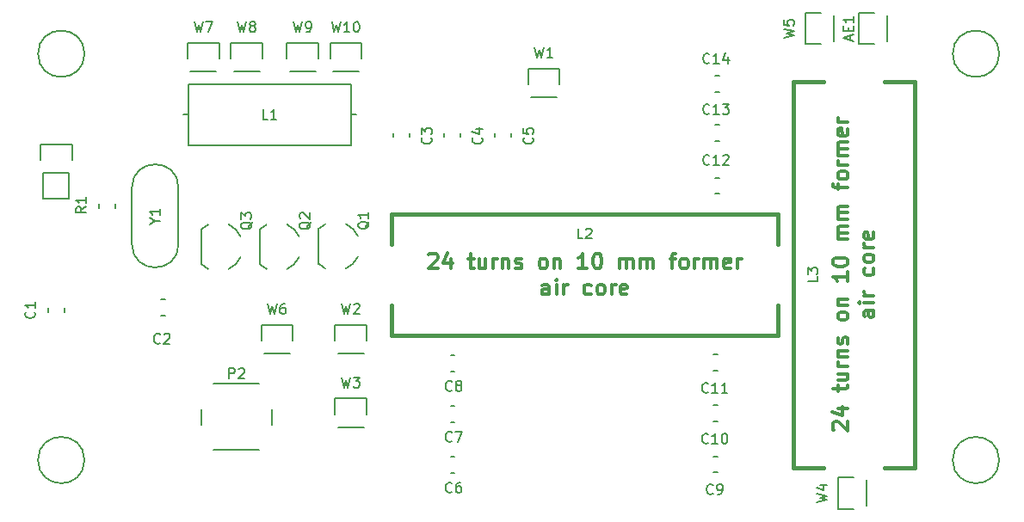
<source format=gto>
G04 #@! TF.FileFunction,Legend,Top*
%FSLAX46Y46*%
G04 Gerber Fmt 4.6, Leading zero omitted, Abs format (unit mm)*
G04 Created by KiCad (PCBNEW 4.0.5+dfsg1-4) date Sun Mar 18 22:08:50 2018*
%MOMM*%
%LPD*%
G01*
G04 APERTURE LIST*
%ADD10C,0.100000*%
%ADD11C,0.300000*%
%ADD12C,0.150000*%
%ADD13C,0.410000*%
G04 APERTURE END LIST*
D10*
D11*
X131046429Y-117071427D02*
X130975000Y-116999998D01*
X130903571Y-116857141D01*
X130903571Y-116499998D01*
X130975000Y-116357141D01*
X131046429Y-116285712D01*
X131189286Y-116214284D01*
X131332143Y-116214284D01*
X131546429Y-116285712D01*
X132403571Y-117142855D01*
X132403571Y-116214284D01*
X131403571Y-114928570D02*
X132403571Y-114928570D01*
X130832143Y-115285713D02*
X131903571Y-115642856D01*
X131903571Y-114714284D01*
X131403571Y-113214285D02*
X131403571Y-112642856D01*
X130903571Y-112999999D02*
X132189286Y-112999999D01*
X132332143Y-112928571D01*
X132403571Y-112785713D01*
X132403571Y-112642856D01*
X131403571Y-111499999D02*
X132403571Y-111499999D01*
X131403571Y-112142856D02*
X132189286Y-112142856D01*
X132332143Y-112071428D01*
X132403571Y-111928570D01*
X132403571Y-111714285D01*
X132332143Y-111571428D01*
X132260714Y-111499999D01*
X132403571Y-110785713D02*
X131403571Y-110785713D01*
X131689286Y-110785713D02*
X131546429Y-110714285D01*
X131475000Y-110642856D01*
X131403571Y-110499999D01*
X131403571Y-110357142D01*
X131403571Y-109857142D02*
X132403571Y-109857142D01*
X131546429Y-109857142D02*
X131475000Y-109785714D01*
X131403571Y-109642856D01*
X131403571Y-109428571D01*
X131475000Y-109285714D01*
X131617857Y-109214285D01*
X132403571Y-109214285D01*
X132332143Y-108571428D02*
X132403571Y-108428571D01*
X132403571Y-108142856D01*
X132332143Y-107999999D01*
X132189286Y-107928571D01*
X132117857Y-107928571D01*
X131975000Y-107999999D01*
X131903571Y-108142856D01*
X131903571Y-108357142D01*
X131832143Y-108499999D01*
X131689286Y-108571428D01*
X131617857Y-108571428D01*
X131475000Y-108499999D01*
X131403571Y-108357142D01*
X131403571Y-108142856D01*
X131475000Y-107999999D01*
X132403571Y-105928570D02*
X132332143Y-106071428D01*
X132260714Y-106142856D01*
X132117857Y-106214285D01*
X131689286Y-106214285D01*
X131546429Y-106142856D01*
X131475000Y-106071428D01*
X131403571Y-105928570D01*
X131403571Y-105714285D01*
X131475000Y-105571428D01*
X131546429Y-105499999D01*
X131689286Y-105428570D01*
X132117857Y-105428570D01*
X132260714Y-105499999D01*
X132332143Y-105571428D01*
X132403571Y-105714285D01*
X132403571Y-105928570D01*
X131403571Y-104785713D02*
X132403571Y-104785713D01*
X131546429Y-104785713D02*
X131475000Y-104714285D01*
X131403571Y-104571427D01*
X131403571Y-104357142D01*
X131475000Y-104214285D01*
X131617857Y-104142856D01*
X132403571Y-104142856D01*
X132403571Y-101499999D02*
X132403571Y-102357142D01*
X132403571Y-101928570D02*
X130903571Y-101928570D01*
X131117857Y-102071427D01*
X131260714Y-102214285D01*
X131332143Y-102357142D01*
X130903571Y-100571428D02*
X130903571Y-100428571D01*
X130975000Y-100285714D01*
X131046429Y-100214285D01*
X131189286Y-100142856D01*
X131475000Y-100071428D01*
X131832143Y-100071428D01*
X132117857Y-100142856D01*
X132260714Y-100214285D01*
X132332143Y-100285714D01*
X132403571Y-100428571D01*
X132403571Y-100571428D01*
X132332143Y-100714285D01*
X132260714Y-100785714D01*
X132117857Y-100857142D01*
X131832143Y-100928571D01*
X131475000Y-100928571D01*
X131189286Y-100857142D01*
X131046429Y-100785714D01*
X130975000Y-100714285D01*
X130903571Y-100571428D01*
X132403571Y-98285714D02*
X131403571Y-98285714D01*
X131546429Y-98285714D02*
X131475000Y-98214286D01*
X131403571Y-98071428D01*
X131403571Y-97857143D01*
X131475000Y-97714286D01*
X131617857Y-97642857D01*
X132403571Y-97642857D01*
X131617857Y-97642857D02*
X131475000Y-97571428D01*
X131403571Y-97428571D01*
X131403571Y-97214286D01*
X131475000Y-97071428D01*
X131617857Y-97000000D01*
X132403571Y-97000000D01*
X132403571Y-96285714D02*
X131403571Y-96285714D01*
X131546429Y-96285714D02*
X131475000Y-96214286D01*
X131403571Y-96071428D01*
X131403571Y-95857143D01*
X131475000Y-95714286D01*
X131617857Y-95642857D01*
X132403571Y-95642857D01*
X131617857Y-95642857D02*
X131475000Y-95571428D01*
X131403571Y-95428571D01*
X131403571Y-95214286D01*
X131475000Y-95071428D01*
X131617857Y-95000000D01*
X132403571Y-95000000D01*
X131403571Y-93357143D02*
X131403571Y-92785714D01*
X132403571Y-93142857D02*
X131117857Y-93142857D01*
X130975000Y-93071429D01*
X130903571Y-92928571D01*
X130903571Y-92785714D01*
X132403571Y-92071428D02*
X132332143Y-92214286D01*
X132260714Y-92285714D01*
X132117857Y-92357143D01*
X131689286Y-92357143D01*
X131546429Y-92285714D01*
X131475000Y-92214286D01*
X131403571Y-92071428D01*
X131403571Y-91857143D01*
X131475000Y-91714286D01*
X131546429Y-91642857D01*
X131689286Y-91571428D01*
X132117857Y-91571428D01*
X132260714Y-91642857D01*
X132332143Y-91714286D01*
X132403571Y-91857143D01*
X132403571Y-92071428D01*
X132403571Y-90928571D02*
X131403571Y-90928571D01*
X131689286Y-90928571D02*
X131546429Y-90857143D01*
X131475000Y-90785714D01*
X131403571Y-90642857D01*
X131403571Y-90500000D01*
X132403571Y-90000000D02*
X131403571Y-90000000D01*
X131546429Y-90000000D02*
X131475000Y-89928572D01*
X131403571Y-89785714D01*
X131403571Y-89571429D01*
X131475000Y-89428572D01*
X131617857Y-89357143D01*
X132403571Y-89357143D01*
X131617857Y-89357143D02*
X131475000Y-89285714D01*
X131403571Y-89142857D01*
X131403571Y-88928572D01*
X131475000Y-88785714D01*
X131617857Y-88714286D01*
X132403571Y-88714286D01*
X132332143Y-87428572D02*
X132403571Y-87571429D01*
X132403571Y-87857143D01*
X132332143Y-88000000D01*
X132189286Y-88071429D01*
X131617857Y-88071429D01*
X131475000Y-88000000D01*
X131403571Y-87857143D01*
X131403571Y-87571429D01*
X131475000Y-87428572D01*
X131617857Y-87357143D01*
X131760714Y-87357143D01*
X131903571Y-88071429D01*
X132403571Y-86714286D02*
X131403571Y-86714286D01*
X131689286Y-86714286D02*
X131546429Y-86642858D01*
X131475000Y-86571429D01*
X131403571Y-86428572D01*
X131403571Y-86285715D01*
X134953571Y-105249999D02*
X134167857Y-105249999D01*
X134025000Y-105321428D01*
X133953571Y-105464285D01*
X133953571Y-105749999D01*
X134025000Y-105892856D01*
X134882143Y-105249999D02*
X134953571Y-105392856D01*
X134953571Y-105749999D01*
X134882143Y-105892856D01*
X134739286Y-105964285D01*
X134596429Y-105964285D01*
X134453571Y-105892856D01*
X134382143Y-105749999D01*
X134382143Y-105392856D01*
X134310714Y-105249999D01*
X134953571Y-104535713D02*
X133953571Y-104535713D01*
X133453571Y-104535713D02*
X133525000Y-104607142D01*
X133596429Y-104535713D01*
X133525000Y-104464285D01*
X133453571Y-104535713D01*
X133596429Y-104535713D01*
X134953571Y-103821427D02*
X133953571Y-103821427D01*
X134239286Y-103821427D02*
X134096429Y-103749999D01*
X134025000Y-103678570D01*
X133953571Y-103535713D01*
X133953571Y-103392856D01*
X134882143Y-101107142D02*
X134953571Y-101249999D01*
X134953571Y-101535713D01*
X134882143Y-101678571D01*
X134810714Y-101749999D01*
X134667857Y-101821428D01*
X134239286Y-101821428D01*
X134096429Y-101749999D01*
X134025000Y-101678571D01*
X133953571Y-101535713D01*
X133953571Y-101249999D01*
X134025000Y-101107142D01*
X134953571Y-100249999D02*
X134882143Y-100392857D01*
X134810714Y-100464285D01*
X134667857Y-100535714D01*
X134239286Y-100535714D01*
X134096429Y-100464285D01*
X134025000Y-100392857D01*
X133953571Y-100249999D01*
X133953571Y-100035714D01*
X134025000Y-99892857D01*
X134096429Y-99821428D01*
X134239286Y-99749999D01*
X134667857Y-99749999D01*
X134810714Y-99821428D01*
X134882143Y-99892857D01*
X134953571Y-100035714D01*
X134953571Y-100249999D01*
X134953571Y-99107142D02*
X133953571Y-99107142D01*
X134239286Y-99107142D02*
X134096429Y-99035714D01*
X134025000Y-98964285D01*
X133953571Y-98821428D01*
X133953571Y-98678571D01*
X134882143Y-97607143D02*
X134953571Y-97750000D01*
X134953571Y-98035714D01*
X134882143Y-98178571D01*
X134739286Y-98250000D01*
X134167857Y-98250000D01*
X134025000Y-98178571D01*
X133953571Y-98035714D01*
X133953571Y-97750000D01*
X134025000Y-97607143D01*
X134167857Y-97535714D01*
X134310714Y-97535714D01*
X134453571Y-98250000D01*
X91178573Y-99796429D02*
X91250002Y-99725000D01*
X91392859Y-99653571D01*
X91750002Y-99653571D01*
X91892859Y-99725000D01*
X91964288Y-99796429D01*
X92035716Y-99939286D01*
X92035716Y-100082143D01*
X91964288Y-100296429D01*
X91107145Y-101153571D01*
X92035716Y-101153571D01*
X93321430Y-100153571D02*
X93321430Y-101153571D01*
X92964287Y-99582143D02*
X92607144Y-100653571D01*
X93535716Y-100653571D01*
X95035715Y-100153571D02*
X95607144Y-100153571D01*
X95250001Y-99653571D02*
X95250001Y-100939286D01*
X95321429Y-101082143D01*
X95464287Y-101153571D01*
X95607144Y-101153571D01*
X96750001Y-100153571D02*
X96750001Y-101153571D01*
X96107144Y-100153571D02*
X96107144Y-100939286D01*
X96178572Y-101082143D01*
X96321430Y-101153571D01*
X96535715Y-101153571D01*
X96678572Y-101082143D01*
X96750001Y-101010714D01*
X97464287Y-101153571D02*
X97464287Y-100153571D01*
X97464287Y-100439286D02*
X97535715Y-100296429D01*
X97607144Y-100225000D01*
X97750001Y-100153571D01*
X97892858Y-100153571D01*
X98392858Y-100153571D02*
X98392858Y-101153571D01*
X98392858Y-100296429D02*
X98464286Y-100225000D01*
X98607144Y-100153571D01*
X98821429Y-100153571D01*
X98964286Y-100225000D01*
X99035715Y-100367857D01*
X99035715Y-101153571D01*
X99678572Y-101082143D02*
X99821429Y-101153571D01*
X100107144Y-101153571D01*
X100250001Y-101082143D01*
X100321429Y-100939286D01*
X100321429Y-100867857D01*
X100250001Y-100725000D01*
X100107144Y-100653571D01*
X99892858Y-100653571D01*
X99750001Y-100582143D01*
X99678572Y-100439286D01*
X99678572Y-100367857D01*
X99750001Y-100225000D01*
X99892858Y-100153571D01*
X100107144Y-100153571D01*
X100250001Y-100225000D01*
X102321430Y-101153571D02*
X102178572Y-101082143D01*
X102107144Y-101010714D01*
X102035715Y-100867857D01*
X102035715Y-100439286D01*
X102107144Y-100296429D01*
X102178572Y-100225000D01*
X102321430Y-100153571D01*
X102535715Y-100153571D01*
X102678572Y-100225000D01*
X102750001Y-100296429D01*
X102821430Y-100439286D01*
X102821430Y-100867857D01*
X102750001Y-101010714D01*
X102678572Y-101082143D01*
X102535715Y-101153571D01*
X102321430Y-101153571D01*
X103464287Y-100153571D02*
X103464287Y-101153571D01*
X103464287Y-100296429D02*
X103535715Y-100225000D01*
X103678573Y-100153571D01*
X103892858Y-100153571D01*
X104035715Y-100225000D01*
X104107144Y-100367857D01*
X104107144Y-101153571D01*
X106750001Y-101153571D02*
X105892858Y-101153571D01*
X106321430Y-101153571D02*
X106321430Y-99653571D01*
X106178573Y-99867857D01*
X106035715Y-100010714D01*
X105892858Y-100082143D01*
X107678572Y-99653571D02*
X107821429Y-99653571D01*
X107964286Y-99725000D01*
X108035715Y-99796429D01*
X108107144Y-99939286D01*
X108178572Y-100225000D01*
X108178572Y-100582143D01*
X108107144Y-100867857D01*
X108035715Y-101010714D01*
X107964286Y-101082143D01*
X107821429Y-101153571D01*
X107678572Y-101153571D01*
X107535715Y-101082143D01*
X107464286Y-101010714D01*
X107392858Y-100867857D01*
X107321429Y-100582143D01*
X107321429Y-100225000D01*
X107392858Y-99939286D01*
X107464286Y-99796429D01*
X107535715Y-99725000D01*
X107678572Y-99653571D01*
X109964286Y-101153571D02*
X109964286Y-100153571D01*
X109964286Y-100296429D02*
X110035714Y-100225000D01*
X110178572Y-100153571D01*
X110392857Y-100153571D01*
X110535714Y-100225000D01*
X110607143Y-100367857D01*
X110607143Y-101153571D01*
X110607143Y-100367857D02*
X110678572Y-100225000D01*
X110821429Y-100153571D01*
X111035714Y-100153571D01*
X111178572Y-100225000D01*
X111250000Y-100367857D01*
X111250000Y-101153571D01*
X111964286Y-101153571D02*
X111964286Y-100153571D01*
X111964286Y-100296429D02*
X112035714Y-100225000D01*
X112178572Y-100153571D01*
X112392857Y-100153571D01*
X112535714Y-100225000D01*
X112607143Y-100367857D01*
X112607143Y-101153571D01*
X112607143Y-100367857D02*
X112678572Y-100225000D01*
X112821429Y-100153571D01*
X113035714Y-100153571D01*
X113178572Y-100225000D01*
X113250000Y-100367857D01*
X113250000Y-101153571D01*
X114892857Y-100153571D02*
X115464286Y-100153571D01*
X115107143Y-101153571D02*
X115107143Y-99867857D01*
X115178571Y-99725000D01*
X115321429Y-99653571D01*
X115464286Y-99653571D01*
X116178572Y-101153571D02*
X116035714Y-101082143D01*
X115964286Y-101010714D01*
X115892857Y-100867857D01*
X115892857Y-100439286D01*
X115964286Y-100296429D01*
X116035714Y-100225000D01*
X116178572Y-100153571D01*
X116392857Y-100153571D01*
X116535714Y-100225000D01*
X116607143Y-100296429D01*
X116678572Y-100439286D01*
X116678572Y-100867857D01*
X116607143Y-101010714D01*
X116535714Y-101082143D01*
X116392857Y-101153571D01*
X116178572Y-101153571D01*
X117321429Y-101153571D02*
X117321429Y-100153571D01*
X117321429Y-100439286D02*
X117392857Y-100296429D01*
X117464286Y-100225000D01*
X117607143Y-100153571D01*
X117750000Y-100153571D01*
X118250000Y-101153571D02*
X118250000Y-100153571D01*
X118250000Y-100296429D02*
X118321428Y-100225000D01*
X118464286Y-100153571D01*
X118678571Y-100153571D01*
X118821428Y-100225000D01*
X118892857Y-100367857D01*
X118892857Y-101153571D01*
X118892857Y-100367857D02*
X118964286Y-100225000D01*
X119107143Y-100153571D01*
X119321428Y-100153571D01*
X119464286Y-100225000D01*
X119535714Y-100367857D01*
X119535714Y-101153571D01*
X120821428Y-101082143D02*
X120678571Y-101153571D01*
X120392857Y-101153571D01*
X120250000Y-101082143D01*
X120178571Y-100939286D01*
X120178571Y-100367857D01*
X120250000Y-100225000D01*
X120392857Y-100153571D01*
X120678571Y-100153571D01*
X120821428Y-100225000D01*
X120892857Y-100367857D01*
X120892857Y-100510714D01*
X120178571Y-100653571D01*
X121535714Y-101153571D02*
X121535714Y-100153571D01*
X121535714Y-100439286D02*
X121607142Y-100296429D01*
X121678571Y-100225000D01*
X121821428Y-100153571D01*
X121964285Y-100153571D01*
X103000001Y-103703571D02*
X103000001Y-102917857D01*
X102928572Y-102775000D01*
X102785715Y-102703571D01*
X102500001Y-102703571D01*
X102357144Y-102775000D01*
X103000001Y-103632143D02*
X102857144Y-103703571D01*
X102500001Y-103703571D01*
X102357144Y-103632143D01*
X102285715Y-103489286D01*
X102285715Y-103346429D01*
X102357144Y-103203571D01*
X102500001Y-103132143D01*
X102857144Y-103132143D01*
X103000001Y-103060714D01*
X103714287Y-103703571D02*
X103714287Y-102703571D01*
X103714287Y-102203571D02*
X103642858Y-102275000D01*
X103714287Y-102346429D01*
X103785715Y-102275000D01*
X103714287Y-102203571D01*
X103714287Y-102346429D01*
X104428573Y-103703571D02*
X104428573Y-102703571D01*
X104428573Y-102989286D02*
X104500001Y-102846429D01*
X104571430Y-102775000D01*
X104714287Y-102703571D01*
X104857144Y-102703571D01*
X107142858Y-103632143D02*
X107000001Y-103703571D01*
X106714287Y-103703571D01*
X106571429Y-103632143D01*
X106500001Y-103560714D01*
X106428572Y-103417857D01*
X106428572Y-102989286D01*
X106500001Y-102846429D01*
X106571429Y-102775000D01*
X106714287Y-102703571D01*
X107000001Y-102703571D01*
X107142858Y-102775000D01*
X108000001Y-103703571D02*
X107857143Y-103632143D01*
X107785715Y-103560714D01*
X107714286Y-103417857D01*
X107714286Y-102989286D01*
X107785715Y-102846429D01*
X107857143Y-102775000D01*
X108000001Y-102703571D01*
X108214286Y-102703571D01*
X108357143Y-102775000D01*
X108428572Y-102846429D01*
X108500001Y-102989286D01*
X108500001Y-103417857D01*
X108428572Y-103560714D01*
X108357143Y-103632143D01*
X108214286Y-103703571D01*
X108000001Y-103703571D01*
X109142858Y-103703571D02*
X109142858Y-102703571D01*
X109142858Y-102989286D02*
X109214286Y-102846429D01*
X109285715Y-102775000D01*
X109428572Y-102703571D01*
X109571429Y-102703571D01*
X110642857Y-103632143D02*
X110500000Y-103703571D01*
X110214286Y-103703571D01*
X110071429Y-103632143D01*
X110000000Y-103489286D01*
X110000000Y-102917857D01*
X110071429Y-102775000D01*
X110214286Y-102703571D01*
X110500000Y-102703571D01*
X110642857Y-102775000D01*
X110714286Y-102917857D01*
X110714286Y-103060714D01*
X110000000Y-103203571D01*
D12*
X57286000Y-80000000D02*
G75*
G03X57286000Y-80000000I-2286000J0D01*
G01*
X57286000Y-120000000D02*
G75*
G03X57286000Y-120000000I-2286000J0D01*
G01*
X147286000Y-120000000D02*
G75*
G03X147286000Y-120000000I-2286000J0D01*
G01*
X133450000Y-75950000D02*
X135000000Y-75950000D01*
X135000000Y-79050000D02*
X133450000Y-79050000D01*
X133450000Y-79050000D02*
X133450000Y-75950000D01*
X136270000Y-78770000D02*
X136270000Y-76230000D01*
X55770000Y-91730000D02*
X55770000Y-94270000D01*
X56050000Y-88910000D02*
X56050000Y-90460000D01*
X55770000Y-91730000D02*
X53230000Y-91730000D01*
X52950000Y-90460000D02*
X52950000Y-88910000D01*
X52950000Y-88910000D02*
X56050000Y-88910000D01*
X53230000Y-91730000D02*
X53230000Y-94270000D01*
X53230000Y-94270000D02*
X55770000Y-94270000D01*
X66536000Y-93166000D02*
G75*
G03X61964000Y-93166000I-2286000J0D01*
G01*
X61964000Y-98754000D02*
G75*
G03X66536000Y-98754000I2286000J0D01*
G01*
X66536000Y-98754000D02*
X66536000Y-93166000D01*
X61964000Y-98754000D02*
X61964000Y-93166000D01*
X83501020Y-86000000D02*
X83998860Y-86000000D01*
X67499020Y-86000000D02*
X67001180Y-86000000D01*
X67499020Y-83000260D02*
X67499020Y-88999740D01*
X67499020Y-88999740D02*
X83501020Y-88999740D01*
X83501020Y-88999740D02*
X83501020Y-83000260D01*
X83501020Y-83000260D02*
X67499020Y-83000260D01*
X147286000Y-80000000D02*
G75*
G03X147286000Y-80000000I-2286000J0D01*
G01*
X53699900Y-105250000D02*
X53699900Y-105450660D01*
X53699900Y-105250000D02*
X53699900Y-105049340D01*
X55300100Y-105150940D02*
X55300100Y-105049340D01*
X55300100Y-105049340D02*
X55300100Y-105450660D01*
X65001260Y-104199900D02*
X64800600Y-104199900D01*
X65001260Y-104199900D02*
X65201920Y-104199900D01*
X65100320Y-105800100D02*
X65201920Y-105800100D01*
X65201920Y-105800100D02*
X64800600Y-105800100D01*
X87699900Y-88001260D02*
X87699900Y-88201920D01*
X87699900Y-88001260D02*
X87699900Y-87800600D01*
X89300100Y-87902200D02*
X89300100Y-87800600D01*
X89300100Y-87800600D02*
X89300100Y-88201920D01*
X92699900Y-88001260D02*
X92699900Y-88201920D01*
X92699900Y-88001260D02*
X92699900Y-87800600D01*
X94300100Y-87902200D02*
X94300100Y-87800600D01*
X94300100Y-87800600D02*
X94300100Y-88201920D01*
X97699900Y-88001260D02*
X97699900Y-88201920D01*
X97699900Y-88001260D02*
X97699900Y-87800600D01*
X99300100Y-87902200D02*
X99300100Y-87800600D01*
X99300100Y-87800600D02*
X99300100Y-88201920D01*
X93501260Y-121300100D02*
X93701920Y-121300100D01*
X93501260Y-121300100D02*
X93300600Y-121300100D01*
X93402200Y-119699900D02*
X93300600Y-119699900D01*
X93300600Y-119699900D02*
X93701920Y-119699900D01*
X93501260Y-116300100D02*
X93701920Y-116300100D01*
X93501260Y-116300100D02*
X93300600Y-116300100D01*
X93402200Y-114699900D02*
X93300600Y-114699900D01*
X93300600Y-114699900D02*
X93701920Y-114699900D01*
X93501260Y-111300100D02*
X93701920Y-111300100D01*
X93501260Y-111300100D02*
X93300600Y-111300100D01*
X93402200Y-109699900D02*
X93300600Y-109699900D01*
X93300600Y-109699900D02*
X93701920Y-109699900D01*
X119389885Y-119627261D02*
X119189225Y-119627261D01*
X119389885Y-119627261D02*
X119590545Y-119627261D01*
X119488945Y-121227461D02*
X119590545Y-121227461D01*
X119590545Y-121227461D02*
X119189225Y-121227461D01*
X119389885Y-114627261D02*
X119189225Y-114627261D01*
X119389885Y-114627261D02*
X119590545Y-114627261D01*
X119488945Y-116227461D02*
X119590545Y-116227461D01*
X119590545Y-116227461D02*
X119189225Y-116227461D01*
X119389885Y-109627261D02*
X119189225Y-109627261D01*
X119389885Y-109627261D02*
X119590545Y-109627261D01*
X119488945Y-111227461D02*
X119590545Y-111227461D01*
X119590545Y-111227461D02*
X119189225Y-111227461D01*
X119521867Y-92199900D02*
X119321207Y-92199900D01*
X119521867Y-92199900D02*
X119722527Y-92199900D01*
X119620927Y-93800100D02*
X119722527Y-93800100D01*
X119722527Y-93800100D02*
X119321207Y-93800100D01*
X119521867Y-87025732D02*
X119321207Y-87025732D01*
X119521867Y-87025732D02*
X119722527Y-87025732D01*
X119620927Y-88625932D02*
X119722527Y-88625932D01*
X119722527Y-88625932D02*
X119321207Y-88625932D01*
X119521867Y-82199900D02*
X119321207Y-82199900D01*
X119521867Y-82199900D02*
X119722527Y-82199900D01*
X119620927Y-83800100D02*
X119722527Y-83800100D01*
X119722527Y-83800100D02*
X119321207Y-83800100D01*
X70000000Y-119000000D02*
X74500000Y-119000000D01*
X68750000Y-115000000D02*
X68750000Y-116500000D01*
X74500000Y-112500000D02*
X70000000Y-112500000D01*
X75750000Y-116500000D02*
X75750000Y-115000000D01*
X84200000Y-97960000D02*
G75*
G03X83000000Y-96760000I-2200000J-1000000D01*
G01*
X84200000Y-99959999D02*
G75*
G02X83000000Y-101160000I-2200000J999999D01*
G01*
X81003010Y-96772305D02*
G75*
G03X80300000Y-97260000I996990J-2187695D01*
G01*
X81003010Y-101147695D02*
G75*
G02X80300000Y-100660000I996990J2187695D01*
G01*
X80300000Y-97260000D02*
X80300000Y-100660000D01*
X60300100Y-95000000D02*
X60300100Y-94799340D01*
X60300100Y-95000000D02*
X60300100Y-95200660D01*
X58699900Y-95099060D02*
X58699900Y-95200660D01*
X58699900Y-95200660D02*
X58699900Y-94799340D01*
D13*
X139000000Y-82750000D02*
X136000000Y-82750000D01*
X139000000Y-120750000D02*
X139000000Y-82750000D01*
X136000000Y-120750000D02*
X139000000Y-120750000D01*
X127000000Y-120750000D02*
X130000000Y-120750000D01*
X127000000Y-82750000D02*
X127000000Y-120750000D01*
X130000000Y-82750000D02*
X127000000Y-82750000D01*
X125500000Y-107750000D02*
X125500000Y-104750000D01*
X87500000Y-107750000D02*
X125500000Y-107750000D01*
X87500000Y-104750000D02*
X87500000Y-107750000D01*
X87500000Y-95750000D02*
X87500000Y-98750000D01*
X125500000Y-95750000D02*
X87500000Y-95750000D01*
X125500000Y-98750000D02*
X125500000Y-95750000D01*
D12*
X78410000Y-98000000D02*
G75*
G03X77210000Y-96800000I-2200000J-1000000D01*
G01*
X78410000Y-99999999D02*
G75*
G02X77210000Y-101200000I-2200000J999999D01*
G01*
X75213010Y-96812305D02*
G75*
G03X74510000Y-97300000I996990J-2187695D01*
G01*
X75213010Y-101187695D02*
G75*
G02X74510000Y-100700000I996990J2187695D01*
G01*
X74510000Y-97300000D02*
X74510000Y-100700000D01*
X72660000Y-98000000D02*
G75*
G03X71460000Y-96800000I-2200000J-1000000D01*
G01*
X72660000Y-99999999D02*
G75*
G02X71460000Y-101200000I-2200000J999999D01*
G01*
X69463010Y-96812305D02*
G75*
G03X68760000Y-97300000I996990J-2187695D01*
G01*
X69463010Y-101187695D02*
G75*
G02X68760000Y-100700000I996990J2187695D01*
G01*
X68760000Y-97300000D02*
X68760000Y-100700000D01*
X104050000Y-81450000D02*
X104050000Y-83000000D01*
X100950000Y-83000000D02*
X100950000Y-81450000D01*
X100950000Y-81450000D02*
X104050000Y-81450000D01*
X101230000Y-84270000D02*
X103770000Y-84270000D01*
X85050000Y-106700000D02*
X85050000Y-108250000D01*
X81950000Y-108250000D02*
X81950000Y-106700000D01*
X81950000Y-106700000D02*
X85050000Y-106700000D01*
X82230000Y-109520000D02*
X84770000Y-109520000D01*
X85050000Y-113950000D02*
X85050000Y-115500000D01*
X81950000Y-115500000D02*
X81950000Y-113950000D01*
X81950000Y-113950000D02*
X85050000Y-113950000D01*
X82230000Y-116770000D02*
X84770000Y-116770000D01*
X131450000Y-121700000D02*
X133000000Y-121700000D01*
X133000000Y-124800000D02*
X131450000Y-124800000D01*
X131450000Y-124800000D02*
X131450000Y-121700000D01*
X134270000Y-124520000D02*
X134270000Y-121980000D01*
X128200000Y-75950000D02*
X129750000Y-75950000D01*
X129750000Y-79050000D02*
X128200000Y-79050000D01*
X128200000Y-79050000D02*
X128200000Y-75950000D01*
X131020000Y-78770000D02*
X131020000Y-76230000D01*
X77800000Y-106700000D02*
X77800000Y-108250000D01*
X74700000Y-108250000D02*
X74700000Y-106700000D01*
X74700000Y-106700000D02*
X77800000Y-106700000D01*
X74980000Y-109520000D02*
X77520000Y-109520000D01*
X70550000Y-78950000D02*
X70550000Y-80500000D01*
X67450000Y-80500000D02*
X67450000Y-78950000D01*
X67450000Y-78950000D02*
X70550000Y-78950000D01*
X67730000Y-81770000D02*
X70270000Y-81770000D01*
X74800000Y-78950000D02*
X74800000Y-80500000D01*
X71700000Y-80500000D02*
X71700000Y-78950000D01*
X71700000Y-78950000D02*
X74800000Y-78950000D01*
X71980000Y-81770000D02*
X74520000Y-81770000D01*
X80300000Y-78950000D02*
X80300000Y-80500000D01*
X77200000Y-80500000D02*
X77200000Y-78950000D01*
X77200000Y-78950000D02*
X80300000Y-78950000D01*
X77480000Y-81770000D02*
X80020000Y-81770000D01*
X84550000Y-78950000D02*
X84550000Y-80500000D01*
X81450000Y-80500000D02*
X81450000Y-78950000D01*
X81450000Y-78950000D02*
X84550000Y-78950000D01*
X81730000Y-81770000D02*
X84270000Y-81770000D01*
X132666667Y-78666667D02*
X132666667Y-78190476D01*
X132952381Y-78761905D02*
X131952381Y-78428572D01*
X132952381Y-78095238D01*
X132428571Y-77761905D02*
X132428571Y-77428571D01*
X132952381Y-77285714D02*
X132952381Y-77761905D01*
X131952381Y-77761905D01*
X131952381Y-77285714D01*
X132952381Y-76333333D02*
X132952381Y-76904762D01*
X132952381Y-76619048D02*
X131952381Y-76619048D01*
X132095238Y-76714286D01*
X132190476Y-76809524D01*
X132238095Y-76904762D01*
X64226190Y-96476191D02*
X64702381Y-96476191D01*
X63702381Y-96809524D02*
X64226190Y-96476191D01*
X63702381Y-96142857D01*
X64702381Y-95285714D02*
X64702381Y-95857143D01*
X64702381Y-95571429D02*
X63702381Y-95571429D01*
X63845238Y-95666667D01*
X63940476Y-95761905D01*
X63988095Y-95857143D01*
X75333354Y-86452381D02*
X74857163Y-86452381D01*
X74857163Y-85452381D01*
X76190497Y-86452381D02*
X75619068Y-86452381D01*
X75904782Y-86452381D02*
X75904782Y-85452381D01*
X75809544Y-85595238D01*
X75714306Y-85690476D01*
X75619068Y-85738095D01*
X52357143Y-105417926D02*
X52404762Y-105465545D01*
X52452381Y-105608402D01*
X52452381Y-105703640D01*
X52404762Y-105846498D01*
X52309524Y-105941736D01*
X52214286Y-105989355D01*
X52023810Y-106036974D01*
X51880952Y-106036974D01*
X51690476Y-105989355D01*
X51595238Y-105941736D01*
X51500000Y-105846498D01*
X51452381Y-105703640D01*
X51452381Y-105608402D01*
X51500000Y-105465545D01*
X51547619Y-105417926D01*
X52452381Y-104465545D02*
X52452381Y-105036974D01*
X52452381Y-104751260D02*
X51452381Y-104751260D01*
X51595238Y-104846498D01*
X51690476Y-104941736D01*
X51738095Y-105036974D01*
X64735534Y-108455943D02*
X64687915Y-108503562D01*
X64545058Y-108551181D01*
X64449820Y-108551181D01*
X64306962Y-108503562D01*
X64211724Y-108408324D01*
X64164105Y-108313086D01*
X64116486Y-108122610D01*
X64116486Y-107979752D01*
X64164105Y-107789276D01*
X64211724Y-107694038D01*
X64306962Y-107598800D01*
X64449820Y-107551181D01*
X64545058Y-107551181D01*
X64687915Y-107598800D01*
X64735534Y-107646419D01*
X65116486Y-107646419D02*
X65164105Y-107598800D01*
X65259343Y-107551181D01*
X65497439Y-107551181D01*
X65592677Y-107598800D01*
X65640296Y-107646419D01*
X65687915Y-107741657D01*
X65687915Y-107836895D01*
X65640296Y-107979752D01*
X65068867Y-108551181D01*
X65687915Y-108551181D01*
X91357143Y-88266986D02*
X91404762Y-88314605D01*
X91452381Y-88457462D01*
X91452381Y-88552700D01*
X91404762Y-88695558D01*
X91309524Y-88790796D01*
X91214286Y-88838415D01*
X91023810Y-88886034D01*
X90880952Y-88886034D01*
X90690476Y-88838415D01*
X90595238Y-88790796D01*
X90500000Y-88695558D01*
X90452381Y-88552700D01*
X90452381Y-88457462D01*
X90500000Y-88314605D01*
X90547619Y-88266986D01*
X90452381Y-87933653D02*
X90452381Y-87314605D01*
X90833333Y-87647939D01*
X90833333Y-87505081D01*
X90880952Y-87409843D01*
X90928571Y-87362224D01*
X91023810Y-87314605D01*
X91261905Y-87314605D01*
X91357143Y-87362224D01*
X91404762Y-87409843D01*
X91452381Y-87505081D01*
X91452381Y-87790796D01*
X91404762Y-87886034D01*
X91357143Y-87933653D01*
X96357143Y-88266986D02*
X96404762Y-88314605D01*
X96452381Y-88457462D01*
X96452381Y-88552700D01*
X96404762Y-88695558D01*
X96309524Y-88790796D01*
X96214286Y-88838415D01*
X96023810Y-88886034D01*
X95880952Y-88886034D01*
X95690476Y-88838415D01*
X95595238Y-88790796D01*
X95500000Y-88695558D01*
X95452381Y-88552700D01*
X95452381Y-88457462D01*
X95500000Y-88314605D01*
X95547619Y-88266986D01*
X95785714Y-87409843D02*
X96452381Y-87409843D01*
X95404762Y-87647939D02*
X96119048Y-87886034D01*
X96119048Y-87266986D01*
X101357143Y-88266986D02*
X101404762Y-88314605D01*
X101452381Y-88457462D01*
X101452381Y-88552700D01*
X101404762Y-88695558D01*
X101309524Y-88790796D01*
X101214286Y-88838415D01*
X101023810Y-88886034D01*
X100880952Y-88886034D01*
X100690476Y-88838415D01*
X100595238Y-88790796D01*
X100500000Y-88695558D01*
X100452381Y-88552700D01*
X100452381Y-88457462D01*
X100500000Y-88314605D01*
X100547619Y-88266986D01*
X100452381Y-87362224D02*
X100452381Y-87838415D01*
X100928571Y-87886034D01*
X100880952Y-87838415D01*
X100833333Y-87743177D01*
X100833333Y-87505081D01*
X100880952Y-87409843D01*
X100928571Y-87362224D01*
X101023810Y-87314605D01*
X101261905Y-87314605D01*
X101357143Y-87362224D01*
X101404762Y-87409843D01*
X101452381Y-87505081D01*
X101452381Y-87743177D01*
X101404762Y-87838415D01*
X101357143Y-87886034D01*
X93433654Y-123107143D02*
X93386035Y-123154762D01*
X93243178Y-123202381D01*
X93147940Y-123202381D01*
X93005082Y-123154762D01*
X92909844Y-123059524D01*
X92862225Y-122964286D01*
X92814606Y-122773810D01*
X92814606Y-122630952D01*
X92862225Y-122440476D01*
X92909844Y-122345238D01*
X93005082Y-122250000D01*
X93147940Y-122202381D01*
X93243178Y-122202381D01*
X93386035Y-122250000D01*
X93433654Y-122297619D01*
X94290797Y-122202381D02*
X94100320Y-122202381D01*
X94005082Y-122250000D01*
X93957463Y-122297619D01*
X93862225Y-122440476D01*
X93814606Y-122630952D01*
X93814606Y-123011905D01*
X93862225Y-123107143D01*
X93909844Y-123154762D01*
X94005082Y-123202381D01*
X94195559Y-123202381D01*
X94290797Y-123154762D01*
X94338416Y-123107143D01*
X94386035Y-123011905D01*
X94386035Y-122773810D01*
X94338416Y-122678571D01*
X94290797Y-122630952D01*
X94195559Y-122583333D01*
X94005082Y-122583333D01*
X93909844Y-122630952D01*
X93862225Y-122678571D01*
X93814606Y-122773810D01*
X93433654Y-118107143D02*
X93386035Y-118154762D01*
X93243178Y-118202381D01*
X93147940Y-118202381D01*
X93005082Y-118154762D01*
X92909844Y-118059524D01*
X92862225Y-117964286D01*
X92814606Y-117773810D01*
X92814606Y-117630952D01*
X92862225Y-117440476D01*
X92909844Y-117345238D01*
X93005082Y-117250000D01*
X93147940Y-117202381D01*
X93243178Y-117202381D01*
X93386035Y-117250000D01*
X93433654Y-117297619D01*
X93766987Y-117202381D02*
X94433654Y-117202381D01*
X94005082Y-118202381D01*
X93433654Y-113107143D02*
X93386035Y-113154762D01*
X93243178Y-113202381D01*
X93147940Y-113202381D01*
X93005082Y-113154762D01*
X92909844Y-113059524D01*
X92862225Y-112964286D01*
X92814606Y-112773810D01*
X92814606Y-112630952D01*
X92862225Y-112440476D01*
X92909844Y-112345238D01*
X93005082Y-112250000D01*
X93147940Y-112202381D01*
X93243178Y-112202381D01*
X93386035Y-112250000D01*
X93433654Y-112297619D01*
X94005082Y-112630952D02*
X93909844Y-112583333D01*
X93862225Y-112535714D01*
X93814606Y-112440476D01*
X93814606Y-112392857D01*
X93862225Y-112297619D01*
X93909844Y-112250000D01*
X94005082Y-112202381D01*
X94195559Y-112202381D01*
X94290797Y-112250000D01*
X94338416Y-112297619D01*
X94386035Y-112392857D01*
X94386035Y-112440476D01*
X94338416Y-112535714D01*
X94290797Y-112583333D01*
X94195559Y-112630952D01*
X94005082Y-112630952D01*
X93909844Y-112678571D01*
X93862225Y-112726190D01*
X93814606Y-112821429D01*
X93814606Y-113011905D01*
X93862225Y-113107143D01*
X93909844Y-113154762D01*
X94005082Y-113202381D01*
X94195559Y-113202381D01*
X94290797Y-113154762D01*
X94338416Y-113107143D01*
X94386035Y-113011905D01*
X94386035Y-112821429D01*
X94338416Y-112726190D01*
X94290797Y-112678571D01*
X94195559Y-112630952D01*
X119124159Y-123284504D02*
X119076540Y-123332123D01*
X118933683Y-123379742D01*
X118838445Y-123379742D01*
X118695587Y-123332123D01*
X118600349Y-123236885D01*
X118552730Y-123141647D01*
X118505111Y-122951171D01*
X118505111Y-122808313D01*
X118552730Y-122617837D01*
X118600349Y-122522599D01*
X118695587Y-122427361D01*
X118838445Y-122379742D01*
X118933683Y-122379742D01*
X119076540Y-122427361D01*
X119124159Y-122474980D01*
X119600349Y-123379742D02*
X119790825Y-123379742D01*
X119886064Y-123332123D01*
X119933683Y-123284504D01*
X120028921Y-123141647D01*
X120076540Y-122951171D01*
X120076540Y-122570218D01*
X120028921Y-122474980D01*
X119981302Y-122427361D01*
X119886064Y-122379742D01*
X119695587Y-122379742D01*
X119600349Y-122427361D01*
X119552730Y-122474980D01*
X119505111Y-122570218D01*
X119505111Y-122808313D01*
X119552730Y-122903551D01*
X119600349Y-122951171D01*
X119695587Y-122998790D01*
X119886064Y-122998790D01*
X119981302Y-122951171D01*
X120028921Y-122903551D01*
X120076540Y-122808313D01*
X118647968Y-118284504D02*
X118600349Y-118332123D01*
X118457492Y-118379742D01*
X118362254Y-118379742D01*
X118219396Y-118332123D01*
X118124158Y-118236885D01*
X118076539Y-118141647D01*
X118028920Y-117951171D01*
X118028920Y-117808313D01*
X118076539Y-117617837D01*
X118124158Y-117522599D01*
X118219396Y-117427361D01*
X118362254Y-117379742D01*
X118457492Y-117379742D01*
X118600349Y-117427361D01*
X118647968Y-117474980D01*
X119600349Y-118379742D02*
X119028920Y-118379742D01*
X119314634Y-118379742D02*
X119314634Y-117379742D01*
X119219396Y-117522599D01*
X119124158Y-117617837D01*
X119028920Y-117665456D01*
X120219396Y-117379742D02*
X120314635Y-117379742D01*
X120409873Y-117427361D01*
X120457492Y-117474980D01*
X120505111Y-117570218D01*
X120552730Y-117760694D01*
X120552730Y-117998790D01*
X120505111Y-118189266D01*
X120457492Y-118284504D01*
X120409873Y-118332123D01*
X120314635Y-118379742D01*
X120219396Y-118379742D01*
X120124158Y-118332123D01*
X120076539Y-118284504D01*
X120028920Y-118189266D01*
X119981301Y-117998790D01*
X119981301Y-117760694D01*
X120028920Y-117570218D01*
X120076539Y-117474980D01*
X120124158Y-117427361D01*
X120219396Y-117379742D01*
X118647968Y-113284504D02*
X118600349Y-113332123D01*
X118457492Y-113379742D01*
X118362254Y-113379742D01*
X118219396Y-113332123D01*
X118124158Y-113236885D01*
X118076539Y-113141647D01*
X118028920Y-112951171D01*
X118028920Y-112808313D01*
X118076539Y-112617837D01*
X118124158Y-112522599D01*
X118219396Y-112427361D01*
X118362254Y-112379742D01*
X118457492Y-112379742D01*
X118600349Y-112427361D01*
X118647968Y-112474980D01*
X119600349Y-113379742D02*
X119028920Y-113379742D01*
X119314634Y-113379742D02*
X119314634Y-112379742D01*
X119219396Y-112522599D01*
X119124158Y-112617837D01*
X119028920Y-112665456D01*
X120552730Y-113379742D02*
X119981301Y-113379742D01*
X120267015Y-113379742D02*
X120267015Y-112379742D01*
X120171777Y-112522599D01*
X120076539Y-112617837D01*
X119981301Y-112665456D01*
X118779950Y-90857143D02*
X118732331Y-90904762D01*
X118589474Y-90952381D01*
X118494236Y-90952381D01*
X118351378Y-90904762D01*
X118256140Y-90809524D01*
X118208521Y-90714286D01*
X118160902Y-90523810D01*
X118160902Y-90380952D01*
X118208521Y-90190476D01*
X118256140Y-90095238D01*
X118351378Y-90000000D01*
X118494236Y-89952381D01*
X118589474Y-89952381D01*
X118732331Y-90000000D01*
X118779950Y-90047619D01*
X119732331Y-90952381D02*
X119160902Y-90952381D01*
X119446616Y-90952381D02*
X119446616Y-89952381D01*
X119351378Y-90095238D01*
X119256140Y-90190476D01*
X119160902Y-90238095D01*
X120113283Y-90047619D02*
X120160902Y-90000000D01*
X120256140Y-89952381D01*
X120494236Y-89952381D01*
X120589474Y-90000000D01*
X120637093Y-90047619D01*
X120684712Y-90142857D01*
X120684712Y-90238095D01*
X120637093Y-90380952D01*
X120065664Y-90952381D01*
X120684712Y-90952381D01*
X118779950Y-85857143D02*
X118732331Y-85904762D01*
X118589474Y-85952381D01*
X118494236Y-85952381D01*
X118351378Y-85904762D01*
X118256140Y-85809524D01*
X118208521Y-85714286D01*
X118160902Y-85523810D01*
X118160902Y-85380952D01*
X118208521Y-85190476D01*
X118256140Y-85095238D01*
X118351378Y-85000000D01*
X118494236Y-84952381D01*
X118589474Y-84952381D01*
X118732331Y-85000000D01*
X118779950Y-85047619D01*
X119732331Y-85952381D02*
X119160902Y-85952381D01*
X119446616Y-85952381D02*
X119446616Y-84952381D01*
X119351378Y-85095238D01*
X119256140Y-85190476D01*
X119160902Y-85238095D01*
X120065664Y-84952381D02*
X120684712Y-84952381D01*
X120351378Y-85333333D01*
X120494236Y-85333333D01*
X120589474Y-85380952D01*
X120637093Y-85428571D01*
X120684712Y-85523810D01*
X120684712Y-85761905D01*
X120637093Y-85857143D01*
X120589474Y-85904762D01*
X120494236Y-85952381D01*
X120208521Y-85952381D01*
X120113283Y-85904762D01*
X120065664Y-85857143D01*
X118779950Y-80857143D02*
X118732331Y-80904762D01*
X118589474Y-80952381D01*
X118494236Y-80952381D01*
X118351378Y-80904762D01*
X118256140Y-80809524D01*
X118208521Y-80714286D01*
X118160902Y-80523810D01*
X118160902Y-80380952D01*
X118208521Y-80190476D01*
X118256140Y-80095238D01*
X118351378Y-80000000D01*
X118494236Y-79952381D01*
X118589474Y-79952381D01*
X118732331Y-80000000D01*
X118779950Y-80047619D01*
X119732331Y-80952381D02*
X119160902Y-80952381D01*
X119446616Y-80952381D02*
X119446616Y-79952381D01*
X119351378Y-80095238D01*
X119256140Y-80190476D01*
X119160902Y-80238095D01*
X120589474Y-80285714D02*
X120589474Y-80952381D01*
X120351378Y-79904762D02*
X120113283Y-80619048D01*
X120732331Y-80619048D01*
X71511905Y-111952381D02*
X71511905Y-110952381D01*
X71892858Y-110952381D01*
X71988096Y-111000000D01*
X72035715Y-111047619D01*
X72083334Y-111142857D01*
X72083334Y-111285714D01*
X72035715Y-111380952D01*
X71988096Y-111428571D01*
X71892858Y-111476190D01*
X71511905Y-111476190D01*
X72464286Y-111047619D02*
X72511905Y-111000000D01*
X72607143Y-110952381D01*
X72845239Y-110952381D01*
X72940477Y-111000000D01*
X72988096Y-111047619D01*
X73035715Y-111142857D01*
X73035715Y-111238095D01*
X72988096Y-111380952D01*
X72416667Y-111952381D01*
X73035715Y-111952381D01*
X85297619Y-96515238D02*
X85250000Y-96610476D01*
X85154762Y-96705714D01*
X85011905Y-96848571D01*
X84964286Y-96943810D01*
X84964286Y-97039048D01*
X85202381Y-96991429D02*
X85154762Y-97086667D01*
X85059524Y-97181905D01*
X84869048Y-97229524D01*
X84535714Y-97229524D01*
X84345238Y-97181905D01*
X84250000Y-97086667D01*
X84202381Y-96991429D01*
X84202381Y-96800952D01*
X84250000Y-96705714D01*
X84345238Y-96610476D01*
X84535714Y-96562857D01*
X84869048Y-96562857D01*
X85059524Y-96610476D01*
X85154762Y-96705714D01*
X85202381Y-96800952D01*
X85202381Y-96991429D01*
X85202381Y-95610476D02*
X85202381Y-96181905D01*
X85202381Y-95896191D02*
X84202381Y-95896191D01*
X84345238Y-95991429D01*
X84440476Y-96086667D01*
X84488095Y-96181905D01*
X57452381Y-95067606D02*
X56976190Y-95400940D01*
X57452381Y-95639035D02*
X56452381Y-95639035D01*
X56452381Y-95258082D01*
X56500000Y-95162844D01*
X56547619Y-95115225D01*
X56642857Y-95067606D01*
X56785714Y-95067606D01*
X56880952Y-95115225D01*
X56928571Y-95162844D01*
X56976190Y-95258082D01*
X56976190Y-95639035D01*
X57452381Y-94115225D02*
X57452381Y-94686654D01*
X57452381Y-94400940D02*
X56452381Y-94400940D01*
X56595238Y-94496178D01*
X56690476Y-94591416D01*
X56738095Y-94686654D01*
X129452381Y-101916666D02*
X129452381Y-102392857D01*
X128452381Y-102392857D01*
X128452381Y-101678571D02*
X128452381Y-101059523D01*
X128833333Y-101392857D01*
X128833333Y-101249999D01*
X128880952Y-101154761D01*
X128928571Y-101107142D01*
X129023810Y-101059523D01*
X129261905Y-101059523D01*
X129357143Y-101107142D01*
X129404762Y-101154761D01*
X129452381Y-101249999D01*
X129452381Y-101535714D01*
X129404762Y-101630952D01*
X129357143Y-101678571D01*
X106333334Y-98202381D02*
X105857143Y-98202381D01*
X105857143Y-97202381D01*
X106619048Y-97297619D02*
X106666667Y-97250000D01*
X106761905Y-97202381D01*
X107000001Y-97202381D01*
X107095239Y-97250000D01*
X107142858Y-97297619D01*
X107190477Y-97392857D01*
X107190477Y-97488095D01*
X107142858Y-97630952D01*
X106571429Y-98202381D01*
X107190477Y-98202381D01*
X79547619Y-96555238D02*
X79500000Y-96650476D01*
X79404762Y-96745714D01*
X79261905Y-96888571D01*
X79214286Y-96983810D01*
X79214286Y-97079048D01*
X79452381Y-97031429D02*
X79404762Y-97126667D01*
X79309524Y-97221905D01*
X79119048Y-97269524D01*
X78785714Y-97269524D01*
X78595238Y-97221905D01*
X78500000Y-97126667D01*
X78452381Y-97031429D01*
X78452381Y-96840952D01*
X78500000Y-96745714D01*
X78595238Y-96650476D01*
X78785714Y-96602857D01*
X79119048Y-96602857D01*
X79309524Y-96650476D01*
X79404762Y-96745714D01*
X79452381Y-96840952D01*
X79452381Y-97031429D01*
X78547619Y-96221905D02*
X78500000Y-96174286D01*
X78452381Y-96079048D01*
X78452381Y-95840952D01*
X78500000Y-95745714D01*
X78547619Y-95698095D01*
X78642857Y-95650476D01*
X78738095Y-95650476D01*
X78880952Y-95698095D01*
X79452381Y-96269524D01*
X79452381Y-95650476D01*
X73797619Y-96555238D02*
X73750000Y-96650476D01*
X73654762Y-96745714D01*
X73511905Y-96888571D01*
X73464286Y-96983810D01*
X73464286Y-97079048D01*
X73702381Y-97031429D02*
X73654762Y-97126667D01*
X73559524Y-97221905D01*
X73369048Y-97269524D01*
X73035714Y-97269524D01*
X72845238Y-97221905D01*
X72750000Y-97126667D01*
X72702381Y-97031429D01*
X72702381Y-96840952D01*
X72750000Y-96745714D01*
X72845238Y-96650476D01*
X73035714Y-96602857D01*
X73369048Y-96602857D01*
X73559524Y-96650476D01*
X73654762Y-96745714D01*
X73702381Y-96840952D01*
X73702381Y-97031429D01*
X72702381Y-96269524D02*
X72702381Y-95650476D01*
X73083333Y-95983810D01*
X73083333Y-95840952D01*
X73130952Y-95745714D01*
X73178571Y-95698095D01*
X73273810Y-95650476D01*
X73511905Y-95650476D01*
X73607143Y-95698095D01*
X73654762Y-95745714D01*
X73702381Y-95840952D01*
X73702381Y-96126667D01*
X73654762Y-96221905D01*
X73607143Y-96269524D01*
X101595238Y-79352381D02*
X101833333Y-80352381D01*
X102023810Y-79638095D01*
X102214286Y-80352381D01*
X102452381Y-79352381D01*
X103357143Y-80352381D02*
X102785714Y-80352381D01*
X103071428Y-80352381D02*
X103071428Y-79352381D01*
X102976190Y-79495238D01*
X102880952Y-79590476D01*
X102785714Y-79638095D01*
X82595238Y-104602381D02*
X82833333Y-105602381D01*
X83023810Y-104888095D01*
X83214286Y-105602381D01*
X83452381Y-104602381D01*
X83785714Y-104697619D02*
X83833333Y-104650000D01*
X83928571Y-104602381D01*
X84166667Y-104602381D01*
X84261905Y-104650000D01*
X84309524Y-104697619D01*
X84357143Y-104792857D01*
X84357143Y-104888095D01*
X84309524Y-105030952D01*
X83738095Y-105602381D01*
X84357143Y-105602381D01*
X82595238Y-111852381D02*
X82833333Y-112852381D01*
X83023810Y-112138095D01*
X83214286Y-112852381D01*
X83452381Y-111852381D01*
X83738095Y-111852381D02*
X84357143Y-111852381D01*
X84023809Y-112233333D01*
X84166667Y-112233333D01*
X84261905Y-112280952D01*
X84309524Y-112328571D01*
X84357143Y-112423810D01*
X84357143Y-112661905D01*
X84309524Y-112757143D01*
X84261905Y-112804762D01*
X84166667Y-112852381D01*
X83880952Y-112852381D01*
X83785714Y-112804762D01*
X83738095Y-112757143D01*
X129352381Y-124154762D02*
X130352381Y-123916667D01*
X129638095Y-123726190D01*
X130352381Y-123535714D01*
X129352381Y-123297619D01*
X129685714Y-122488095D02*
X130352381Y-122488095D01*
X129304762Y-122726191D02*
X130019048Y-122964286D01*
X130019048Y-122345238D01*
X126102381Y-78404762D02*
X127102381Y-78166667D01*
X126388095Y-77976190D01*
X127102381Y-77785714D01*
X126102381Y-77547619D01*
X126102381Y-76690476D02*
X126102381Y-77166667D01*
X126578571Y-77214286D01*
X126530952Y-77166667D01*
X126483333Y-77071429D01*
X126483333Y-76833333D01*
X126530952Y-76738095D01*
X126578571Y-76690476D01*
X126673810Y-76642857D01*
X126911905Y-76642857D01*
X127007143Y-76690476D01*
X127054762Y-76738095D01*
X127102381Y-76833333D01*
X127102381Y-77071429D01*
X127054762Y-77166667D01*
X127007143Y-77214286D01*
X75345238Y-104602381D02*
X75583333Y-105602381D01*
X75773810Y-104888095D01*
X75964286Y-105602381D01*
X76202381Y-104602381D01*
X77011905Y-104602381D02*
X76821428Y-104602381D01*
X76726190Y-104650000D01*
X76678571Y-104697619D01*
X76583333Y-104840476D01*
X76535714Y-105030952D01*
X76535714Y-105411905D01*
X76583333Y-105507143D01*
X76630952Y-105554762D01*
X76726190Y-105602381D01*
X76916667Y-105602381D01*
X77011905Y-105554762D01*
X77059524Y-105507143D01*
X77107143Y-105411905D01*
X77107143Y-105173810D01*
X77059524Y-105078571D01*
X77011905Y-105030952D01*
X76916667Y-104983333D01*
X76726190Y-104983333D01*
X76630952Y-105030952D01*
X76583333Y-105078571D01*
X76535714Y-105173810D01*
X68095238Y-76852381D02*
X68333333Y-77852381D01*
X68523810Y-77138095D01*
X68714286Y-77852381D01*
X68952381Y-76852381D01*
X69238095Y-76852381D02*
X69904762Y-76852381D01*
X69476190Y-77852381D01*
X72345238Y-76852381D02*
X72583333Y-77852381D01*
X72773810Y-77138095D01*
X72964286Y-77852381D01*
X73202381Y-76852381D01*
X73726190Y-77280952D02*
X73630952Y-77233333D01*
X73583333Y-77185714D01*
X73535714Y-77090476D01*
X73535714Y-77042857D01*
X73583333Y-76947619D01*
X73630952Y-76900000D01*
X73726190Y-76852381D01*
X73916667Y-76852381D01*
X74011905Y-76900000D01*
X74059524Y-76947619D01*
X74107143Y-77042857D01*
X74107143Y-77090476D01*
X74059524Y-77185714D01*
X74011905Y-77233333D01*
X73916667Y-77280952D01*
X73726190Y-77280952D01*
X73630952Y-77328571D01*
X73583333Y-77376190D01*
X73535714Y-77471429D01*
X73535714Y-77661905D01*
X73583333Y-77757143D01*
X73630952Y-77804762D01*
X73726190Y-77852381D01*
X73916667Y-77852381D01*
X74011905Y-77804762D01*
X74059524Y-77757143D01*
X74107143Y-77661905D01*
X74107143Y-77471429D01*
X74059524Y-77376190D01*
X74011905Y-77328571D01*
X73916667Y-77280952D01*
X77845238Y-76852381D02*
X78083333Y-77852381D01*
X78273810Y-77138095D01*
X78464286Y-77852381D01*
X78702381Y-76852381D01*
X79130952Y-77852381D02*
X79321428Y-77852381D01*
X79416667Y-77804762D01*
X79464286Y-77757143D01*
X79559524Y-77614286D01*
X79607143Y-77423810D01*
X79607143Y-77042857D01*
X79559524Y-76947619D01*
X79511905Y-76900000D01*
X79416667Y-76852381D01*
X79226190Y-76852381D01*
X79130952Y-76900000D01*
X79083333Y-76947619D01*
X79035714Y-77042857D01*
X79035714Y-77280952D01*
X79083333Y-77376190D01*
X79130952Y-77423810D01*
X79226190Y-77471429D01*
X79416667Y-77471429D01*
X79511905Y-77423810D01*
X79559524Y-77376190D01*
X79607143Y-77280952D01*
X81619048Y-76852381D02*
X81857143Y-77852381D01*
X82047620Y-77138095D01*
X82238096Y-77852381D01*
X82476191Y-76852381D01*
X83380953Y-77852381D02*
X82809524Y-77852381D01*
X83095238Y-77852381D02*
X83095238Y-76852381D01*
X83000000Y-76995238D01*
X82904762Y-77090476D01*
X82809524Y-77138095D01*
X84000000Y-76852381D02*
X84095239Y-76852381D01*
X84190477Y-76900000D01*
X84238096Y-76947619D01*
X84285715Y-77042857D01*
X84333334Y-77233333D01*
X84333334Y-77471429D01*
X84285715Y-77661905D01*
X84238096Y-77757143D01*
X84190477Y-77804762D01*
X84095239Y-77852381D01*
X84000000Y-77852381D01*
X83904762Y-77804762D01*
X83857143Y-77757143D01*
X83809524Y-77661905D01*
X83761905Y-77471429D01*
X83761905Y-77233333D01*
X83809524Y-77042857D01*
X83857143Y-76947619D01*
X83904762Y-76900000D01*
X84000000Y-76852381D01*
M02*

</source>
